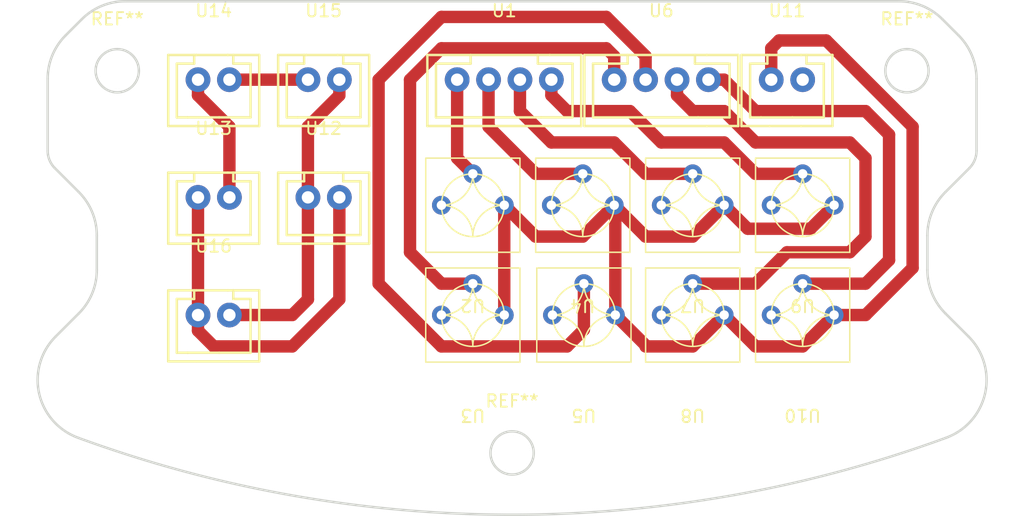
<source format=kicad_pcb>
(kicad_pcb (version 20211014) (generator pcbnew)
  (layers (0 "F.Cu" signal) (31 "B.Cu" signal) (34 "B.Paste" user) (35 "F.Paste" user) (36 "B.SilkS" user "B.Silkscreen") (37 "F.SilkS" user "F.Silkscreen") (38 "B.Mask" user) (39 "F.Mask" user) (44 "Edge.Cuts" user))
  (net 0 "")
  (net 1 "LED1")
  (net 2 "LED2")
  (net 3 "LED3")
  (net 4 "LED4")
  (net 5 "+9V")
  (net 7 "LED5")
  (net 10 "LED6")
  (net 12 "LED7")
  (net 13 "LED8")
  (net 19 "GND")
  (net 20 "+12V")
  (net 21 "Net-(U13-Pad2)")
  (net 22 "Net-(U14-Pad2)")
  (footprint "自分のフットプリント:コネクター2ピン" (layer "F.Cu") (at -24.13 1.27)
    (fp_text reference "U14" (at 0 -0.5 unlocked) (layer "F.SilkS"))
    (fp_text value "12Vスナップ")
    (fp_line (start 3.68 8.83) (end 1.14 8.83) (layer "F.SilkS") (width 0.2))
    (fp_line (start -1.4 3.08) (end 1.14 3.08) (layer "F.SilkS") (width 0.2))
    (fp_line (start -2.98 8.13) (end -2.1 8.13) (layer "F.SilkS") (width 0.2))
    (fp_line (start 1.14 3.08) (end 3.68 3.08) (layer "F.SilkS") (width 0.2))
    (fp_line (start -1.58 3.78) (end -2.98 3.78) (layer "F.SilkS") (width 0.2))
    (fp_line (start 1.58 3.78) (end 1.58 3.08) (layer "F.SilkS") (width 0.2))
    (fp_line (start -2.98 3.78) (end -2.98 8.13) (layer "F.SilkS") (width 0.2))
    (fp_line (start -3.68 3.08) (end -1.4 3.08) (layer "F.SilkS") (width 0.2))
    (fp_line (start -2.1 8.13) (end 0.44 8.13) (layer "F.SilkS") (width 0.2))
    (fp_line (start -1.58 3.78) (end -1.58 3.08) (layer "F.SilkS") (width 0.2))
    (fp_line (start -3.68 8.83) (end -3.68 3.08) (layer "F.SilkS") (width 0.2))
    (fp_line (start 2.98 3.78) (end 2.98 8.13) (layer "F.SilkS") (width 0.2))
    (fp_line (start 1.14 8.83) (end -1.4 8.83) (layer "F.SilkS") (width 0.2))
    (fp_line (start -1.4 8.83) (end -3.68 8.83) (layer "F.SilkS") (width 0.2))
    (fp_line (start 3.68 3.08) (end 3.68 8.83) (layer "F.SilkS") (width 0.2))
    (fp_line (start 1.58 3.78) (end 2.98 3.78) (layer "F.SilkS") (width 0.2))
    (fp_line (start 0.44 8.13) (end 2.98 8.13) (layer "F.SilkS") (width 0.2))
    (pad "1" thru_hole circle (at -1.27 5.08) (size 2 2) (drill 1) (layers *.Mask "F.Cu" "In1.Cu" "B.Cu") (net 21 "Net-(U13-Pad2)"))
    (pad "2" thru_hole circle (at 1.27 5.08) (size 2 2) (drill 1) (layers *.Mask "F.Cu" "In1.Cu" "B.Cu") (net 22 "Net-(U14-Pad2)"))
  )
  (footprint "自分のフットプリント:ねじ式可変抵抗" (layer "F.Cu") (at 23.495 33.02 180)
    (fp_text reference "U10" (at 0 -0.5 180 unlocked) (layer "F.SilkS"))
    (fp_text value "ねじ式可変抵抗")
    (fp_rect (start -3.81 3.81) (end 3.81 11.43) (layer "F.SilkS") (width 0.12) (fill none))
    (fp_arc (start -2.54 7.62) (mid -0.743949 8.363949) (end 0 10.16) (layer "F.SilkS") (width 0.12))
    (fp_arc (start 0 5.08) (mid -0.743949 6.876051) (end -2.54 7.62) (layer "F.SilkS") (width 0.12))
    (fp_arc (start 0 10.16) (mid 0.743949 8.363949) (end 2.54 7.62) (layer "F.SilkS") (width 0.12))
    (fp_arc (start 2.54 7.62) (mid 0.743949 6.876051) (end 0 5.08) (layer "F.SilkS") (width 0.12))
    (fp_circle (center 0 7.62) (end 0 5.08) (layer "F.SilkS") (width 0.12) (fill none))
    (pad "1" thru_hole circle (at -2.54 7.62 180) (size 1.524 1.524) (drill 0.762) (layers *.Cu *.Mask) (net 5 "+9V"))
    (pad "2" thru_hole circle (at 0 10.16 180) (size 1.524 1.524) (drill 0.762) (layers *.Cu *.Mask) (net 13 "LED8"))
    (pad "3" thru_hole circle (at 2.54 7.62 180) (size 1.524 1.524) (drill 0.762) (layers *.Cu *.Mask))
  )
  (footprint "自分のフットプリント:コネクター2ピン" (layer "F.Cu") (at -24.13 10.795)
    (fp_text reference "U13" (at 0 -0.5 unlocked) (layer "F.SilkS"))
    (fp_text value "トグルスイッチ")
    (fp_line (start -2.98 8.13) (end -2.1 8.13) (layer "F.SilkS") (width 0.2))
    (fp_line (start -1.4 8.83) (end -3.68 8.83) (layer "F.SilkS") (width 0.2))
    (fp_line (start 1.14 3.08) (end 3.68 3.08) (layer "F.SilkS") (width 0.2))
    (fp_line (start -2.98 3.78) (end -2.98 8.13) (layer "F.SilkS") (width 0.2))
    (fp_line (start -1.58 3.78) (end -2.98 3.78) (layer "F.SilkS") (width 0.2))
    (fp_line (start -2.1 8.13) (end 0.44 8.13) (layer "F.SilkS") (width 0.2))
    (fp_line (start 1.14 8.83) (end -1.4 8.83) (layer "F.SilkS") (width 0.2))
    (fp_line (start 2.98 3.78) (end 2.98 8.13) (layer "F.SilkS") (width 0.2))
    (fp_line (start 1.58 3.78) (end 2.98 3.78) (layer "F.SilkS") (width 0.2))
    (fp_line (start 1.58 3.78) (end 1.58 3.08) (layer "F.SilkS") (width 0.2))
    (fp_line (start -3.68 3.08) (end -1.4 3.08) (layer "F.SilkS") (width 0.2))
    (fp_line (start -1.4 3.08) (end 1.14 3.08) (layer "F.SilkS") (width 0.2))
    (fp_line (start 0.44 8.13) (end 2.98 8.13) (layer "F.SilkS") (width 0.2))
    (fp_line (start 3.68 8.83) (end 1.14 8.83) (layer "F.SilkS") (width 0.2))
    (fp_line (start 3.68 3.08) (end 3.68 8.83) (layer "F.SilkS") (width 0.2))
    (fp_line (start -3.68 8.83) (end -3.68 3.08) (layer "F.SilkS") (width 0.2))
    (fp_line (start -1.58 3.78) (end -1.58 3.08) (layer "F.SilkS") (width 0.2))
    (pad "1" thru_hole circle (at -1.27 5.08) (size 2 2) (drill 1) (layers *.Mask "F.Cu" "In1.Cu" "B.Cu") (net 20 "+12V"))
    (pad "2" thru_hole circle (at 1.27 5.08) (size 2 2) (drill 1) (layers *.Mask "F.Cu" "In1.Cu" "B.Cu") (net 21 "Net-(U13-Pad2)"))
  )
  (footprint "自分のフットプリント:ねじ式可変抵抗" (layer "F.Cu") (at 5.805255 33.02 180)
    (fp_text reference "U5" (at 0 -0.5 180 unlocked) (layer "F.SilkS"))
    (fp_text value "ねじ式可変抵抗")
    (fp_rect (start -3.81 3.81) (end 3.81 11.43) (layer "F.SilkS") (width 0.12) (fill none))
    (fp_arc (start 0 5.08) (mid -0.743949 6.876051) (end -2.54 7.62) (layer "F.SilkS") (width 0.12))
    (fp_arc (start 0 10.16) (mid 0.743949 8.363949) (end 2.54 7.62) (layer "F.SilkS") (width 0.12))
    (fp_arc (start 2.54 7.62) (mid 0.743949 6.876051) (end 0 5.08) (layer "F.SilkS") (width 0.12))
    (fp_arc (start -2.54 7.62) (mid -0.743949 8.363949) (end 0 10.16) (layer "F.SilkS") (width 0.12))
    (fp_circle (center 0 7.62) (end 0 5.08) (layer "F.SilkS") (width 0.12) (fill none))
    (pad "1" thru_hole circle (at -2.54 7.62 180) (size 1.524 1.524) (drill 0.762) (layers *.Cu *.Mask) (net 5 "+9V"))
    (pad "2" thru_hole circle (at 0 10.16 180) (size 1.524 1.524) (drill 0.762) (layers *.Cu *.Mask) (net 10 "LED6"))
    (pad "3" thru_hole circle (at 2.54 7.62 180) (size 1.524 1.524) (drill 0.762) (layers *.Cu *.Mask))
  )
  (footprint "自分のフットプリント:ねじ式可変抵抗" (layer "F.Cu") (at -3.175 24.130001 180)
    (fp_text reference "U2" (at 0 -0.5 180 unlocked) (layer "F.SilkS"))
    (fp_text value "ねじ式可変抵抗")
    (fp_rect (start -3.81 3.81) (end 3.81 11.43) (layer "F.SilkS") (width 0.12) (fill none))
    (fp_arc (start -2.54 7.62) (mid -0.743949 8.363949) (end 0 10.16) (layer "F.SilkS") (width 0.12))
    (fp_arc (start 0 5.08) (mid -0.743949 6.876051) (end -2.54 7.62) (layer "F.SilkS") (width 0.12))
    (fp_arc (start 2.54 7.62) (mid 0.743949 6.876051) (end 0 5.08) (layer "F.SilkS") (width 0.12))
    (fp_arc (start 0 10.16) (mid 0.743949 8.363949) (end 2.54 7.62) (layer "F.SilkS") (width 0.12))
    (fp_circle (center 0 7.62) (end 0 5.08) (layer "F.SilkS") (width 0.12) (fill none))
    (pad "1" thru_hole circle (at -2.54 7.62 180) (size 1.524 1.524) (drill 0.762) (layers *.Cu *.Mask) (net 5 "+9V"))
    (pad "2" thru_hole circle (at 0 10.16 180) (size 1.524 1.524) (drill 0.762) (layers *.Cu *.Mask) (net 1 "LED1"))
    (pad "3" thru_hole circle (at 2.54 7.62 180) (size 1.524 1.524) (drill 0.762) (layers *.Cu *.Mask))
  )
  (footprint "自分のフットプリント:ねじ式可変抵抗" (layer "F.Cu") (at 23.495 24.130001 180)
    (fp_text reference "U9" (at 0 -0.5 180 unlocked) (layer "F.SilkS"))
    (fp_text value "ねじ式可変抵抗")
    (fp_rect (start -3.81 3.81) (end 3.81 11.43) (layer "F.SilkS") (width 0.12) (fill none))
    (fp_arc (start 0 10.16) (mid 0.743949 8.363949) (end 2.54 7.62) (layer "F.SilkS") (width 0.12))
    (fp_arc (start 2.54 7.62) (mid 0.743949 6.876051) (end 0 5.08) (layer "F.SilkS") (width 0.12))
    (fp_arc (start -2.54 7.62) (mid -0.743949 8.363949) (end 0 10.16) (layer "F.SilkS") (width 0.12))
    (fp_arc (start 0 5.08) (mid -0.743949 6.876051) (end -2.54 7.62) (layer "F.SilkS") (width 0.12))
    (fp_circle (center 0 7.62) (end 0 5.08) (layer "F.SilkS") (width 0.12) (fill none))
    (pad "1" thru_hole circle (at -2.54 7.62 180) (size 1.524 1.524) (drill 0.762) (layers *.Cu *.Mask) (net 5 "+9V"))
    (pad "2" thru_hole circle (at 0 10.16 180) (size 1.524 1.524) (drill 0.762) (layers *.Cu *.Mask) (net 4 "LED4"))
    (pad "3" thru_hole circle (at 2.54 7.62 180) (size 1.524 1.524) (drill 0.762) (layers *.Cu *.Mask))
  )
  (footprint "自分のフットプリント:コネクター4ピン" (layer "F.Cu") (at -0.635 1.270001)
    (fp_text reference "U1" (at 0 -0.5 unlocked) (layer "F.SilkS"))
    (fp_text value "コネクター4ピン")
    (fp_line (start -2.72 3.08) (end -2.72 3.78) (layer "F.SilkS") (width 0.2))
    (fp_line (start 2.72 3.08) (end 2.72 3.78) (layer "F.SilkS") (width 0.2))
    (fp_line (start 2.72 3.78) (end 5.52 3.78) (layer "F.SilkS") (width 0.2))
    (fp_line (start -6.22 3.08) (end 3.68 3.08) (layer "F.SilkS") (width 0.2))
    (fp_line (start 3.68 3.08) (end 6.22 3.08) (layer "F.SilkS") (width 0.2))
    (fp_line (start 2.98 8.13) (end 5.52 8.13) (layer "F.SilkS") (width 0.2))
    (fp_line (start 6.22 8.83) (end 3.68 8.83) (layer "F.SilkS") (width 0.2))
    (fp_line (start -2.72 3.78) (end -5.52 3.78) (layer "F.SilkS") (width 0.2))
    (fp_line (start 5.52 3.78) (end 5.52 8.13) (layer "F.SilkS") (width 0.2))
    (fp_line (start 3.68 8.83) (end -6.22 8.83) (layer "F.SilkS") (width 0.2))
    (fp_line (start -6.22 8.83) (end -6.22 3.08) (layer "F.SilkS") (width 0.2))
    (fp_line (start 6.22 3.08) (end 6.22 8.83) (layer "F.SilkS") (width 0.2))
    (fp_line (start -5.52 8.13) (end 2.98 8.13) (layer "F.SilkS") (width 0.2))
    (fp_line (start -5.52 3.78) (end -5.52 8.13) (layer "F.SilkS") (width 0.2))
    (pad "1" thru_hole circle (at -3.81 5.08) (size 2 2) (drill 1) (layers *.Mask "F.Cu" "In1.Cu" "B.Cu") (net 1 "LED1"))
    (pad "2" thru_hole circle (at -1.27 5.08) (size 2 2) (drill 1) (layers *.Mask "F.Cu" "In1.Cu" "B.Cu") (net 2 "LED2"))
    (pad "3" thru_hole circle (at 1.27 5.08) (size 2 2) (drill 1) (layers *.Mask "F.Cu" "In1.Cu" "B.Cu") (net 3 "LED3"))
    (pad "4" thru_hole circle (at 3.81 5.08) (size 2 2) (drill 1) (layers *.Mask "F.Cu" "In1.Cu" "B.Cu") (net 4 "LED4"))
  )
  (footprint "MountingHole:MountingHole_3.2mm_M3" (layer "F.Cu") (at 0 36.561815)
    (fp_text reference "REF**" (at 0 -4.2) (layer "F.SilkS"))
    (fp_text value "MountingHole_3.2mm_M3")
    (pad "" np_thru_hole circle (at 0 0) (size 3.2 3.2) (drill 3.2) (layers F&B.Cu *.Mask))
  )
  (footprint "自分のフットプリント:ねじ式可変抵抗" (layer "F.Cu") (at 5.715 24.130001 180)
    (fp_text reference "U4" (at 0 -0.5 180 unlocked) (layer "F.SilkS"))
    (fp_text value "ねじ式可変抵抗")
    (fp_rect (start -3.81 3.81) (end 3.81 11.43) (layer "F.SilkS") (width 0.12) (fill none))
    (fp_arc (start 0 5.08) (mid -0.743949 6.876051) (end -2.54 7.62) (layer "F.SilkS") (width 0.12))
    (fp_arc (start -2.54 7.62) (mid -0.743949 8.363949) (end 0 10.16) (layer "F.SilkS") (width 0.12))
    (fp_arc (start 2.54 7.62) (mid 0.743949 6.876051) (end 0 5.08) (layer "F.SilkS") (width 0.12))
    (fp_arc (start 0 10.16) (mid 0.743949 8.363949) (end 2.54 7.62) (layer "F.SilkS") (width 0.12))
    (fp_circle (center 0 7.62) (end 0 5.08) (layer "F.SilkS") (width 0.12) (fill none))
    (pad "1" thru_hole circle (at -2.54 7.62 180) (size 1.524 1.524) (drill 0.762) (layers *.Cu *.Mask) (net 5 "+9V"))
    (pad "2" thru_hole circle (at 0 10.16 180) (size 1.524 1.524) (drill 0.762) (layers *.Cu *.Mask) (net 2 "LED2"))
    (pad "3" thru_hole circle (at 2.54 7.62 180) (size 1.524 1.524) (drill 0.762) (layers *.Cu *.Mask))
  )
  (footprint "自分のフットプリント:コネクター4ピン" (layer "F.Cu") (at 12.065 1.270001)
    (fp_text reference "U6" (at 0 -0.5 unlocked) (layer "F.SilkS"))
    (fp_text value "コネクター4ピン")
    (fp_line (start -6.22 3.08) (end 3.68 3.08) (layer "F.SilkS") (width 0.2))
    (fp_line (start 6.22 3.08) (end 6.22 8.83) (layer "F.SilkS") (width 0.2))
    (fp_line (start -5.52 8.13) (end 2.98 8.13) (layer "F.SilkS") (width 0.2))
    (fp_line (start 6.22 8.83) (end 3.68 8.83) (layer "F.SilkS") (width 0.2))
    (fp_line (start 2.72 3.08) (end 2.72 3.78) (layer "F.SilkS") (width 0.2))
    (fp_line (start 2.98 8.13) (end 5.52 8.13) (layer "F.SilkS") (width 0.2))
    (fp_line (start 3.68 3.08) (end 6.22 3.08) (layer "F.SilkS") (width 0.2))
    (fp_line (start -6.22 8.83) (end -6.22 3.08) (layer "F.SilkS") (width 0.2))
    (fp_line (start -2.72 3.08) (end -2.72 3.78) (layer "F.SilkS") (width 0.2))
    (fp_line (start 2.72 3.78) (end 5.52 3.78) (layer "F.SilkS") (width 0.2))
    (fp_line (start 5.52 3.78) (end 5.52 8.13) (layer "F.SilkS") (width 0.2))
    (fp_line (start 3.68 8.83) (end -6.22 8.83) (layer "F.SilkS") (width 0.2))
    (fp_line (start -5.52 3.78) (end -5.52 8.13) (layer "F.SilkS") (width 0.2))
    (fp_line (start -2.72 3.78) (end -5.52 3.78) (layer "F.SilkS") (width 0.2))
    (pad "1" thru_hole circle (at -3.81 5.08) (size 2 2) (drill 1) (layers *.Mask "F.Cu" "In1.Cu" "B.Cu") (net 7 "LED5"))
    (pad "2" thru_hole circle (at -1.27 5.08) (size 2 2) (drill 1) (layers *.Mask "F.Cu" "In1.Cu" "B.Cu") (net 10 "LED6"))
    (pad "3" thru_hole circle (at 1.27 5.08) (size 2 2) (drill 1) (layers *.Mask "F.Cu" "In1.Cu" "B.Cu") (net 12 "LED7"))
    (pad "4" thru_hole circle (at 3.81 5.08) (size 2 2) (drill 1) (layers *.Mask "F.Cu" "In1.Cu" "B.Cu") (net 13 "LED8"))
  )
  (footprint "自分のフットプリント:ねじ式可変抵抗" (layer "F.Cu") (at -3.175 33.020001 180)
    (fp_text reference "U3" (at 0 -0.5 180 unlocked) (layer "F.SilkS"))
    (fp_text value "ねじ式可変抵抗")
    (fp_rect (start -3.81 3.81) (end 3.81 11.43) (layer "F.SilkS") (width 0.12) (fill none))
    (fp_arc (start 2.54 7.62) (mid 0.743949 6.876051) (end 0 5.08) (layer "F.SilkS") (width 0.12))
    (fp_arc (start 0 10.16) (mid 0.743949 8.363949) (end 2.54 7.62) (layer "F.SilkS") (width 0.12))
    (fp_arc (start 0 5.08) (mid -0.743949 6.876051) (end -2.54 7.62) (layer "F.SilkS") (width 0.12))
    (fp_arc (start -2.54 7.62) (mid -0.743949 8.363949) (end 0 10.16) (layer "F.SilkS") (width 0.12))
    (fp_circle (center 0 7.62) (end 0 5.08) (layer "F.SilkS") (width 0.12) (fill none))
    (pad "1" thru_hole circle (at -2.54 7.62 180) (size 1.524 1.524) (drill 0.762) (layers *.Cu *.Mask) (net 5 "+9V"))
    (pad "2" thru_hole circle (at 0 10.16 180) (size 1.524 1.524) (drill 0.762) (layers *.Cu *.Mask) (net 7 "LED5"))
    (pad "3" thru_hole circle (at 2.54 7.62 180) (size 1.524 1.524) (drill 0.762) (layers *.Cu *.Mask))
  )
  (footprint "自分のフットプリント:コネクター2ピン" (layer "F.Cu") (at -15.24 10.795)
    (fp_text reference "U12" (at 0 -0.5 unlocked) (layer "F.SilkS"))
    (fp_text value "12V_OUT")
    (fp_line (start 3.68 3.08) (end 3.68 8.83) (layer "F.SilkS") (width 0.2))
    (fp_line (start -1.4 3.08) (end 1.14 3.08) (layer "F.SilkS") (width 0.2))
    (fp_line (start -2.98 3.78) (end -2.98 8.13) (layer "F.SilkS") (width 0.2))
    (fp_line (start -1.58 3.78) (end -2.98 3.78) (layer "F.SilkS") (width 0.2))
    (fp_line (start 0.44 8.13) (end 2.98 8.13) (layer "F.SilkS") (width 0.2))
    (fp_line (start 1.58 3.78) (end 1.58 3.08) (layer "F.SilkS") (width 0.2))
    (fp_line (start -1.4 8.83) (end -3.68 8.83) (layer "F.SilkS") (width 0.2))
    (fp_line (start -2.1 8.13) (end 0.44 8.13) (layer "F.SilkS") (width 0.2))
    (fp_line (start -1.58 3.78) (end -1.58 3.08) (layer "F.SilkS") (width 0.2))
    (fp_line (start 1.58 3.78) (end 2.98 3.78) (layer "F.SilkS") (width 0.2))
    (fp_line (start 1.14 3.08) (end 3.68 3.08) (layer "F.SilkS") (width 0.2))
    (fp_line (start -3.68 3.08) (end -1.4 3.08) (layer "F.SilkS") (width 0.2))
    (fp_line (start -2.98 8.13) (end -2.1 8.13) (layer "F.SilkS") (width 0.2))
    (fp_line (start -3.68 8.83) (end -3.68 3.08) (layer "F.SilkS") (width 0.2))
    (fp_line (start 2.98 3.78) (end 2.98 8.13) (layer "F.SilkS") (width 0.2))
    (fp_line (start 3.68 8.83) (end 1.14 8.83) (layer "F.SilkS") (width 0.2))
    (fp_line (start 1.14 8.83) (end -1.4 8.83) (layer "F.SilkS") (width 0.2))
    (pad "1" thru_hole circle (at -1.27 5.08) (size 2 2) (drill 1) (layers *.Mask "F.Cu" "In1.Cu" "B.Cu") (net 19 "GND"))
    (pad "2" thru_hole circle (at 1.27 5.08) (size 2 2) (drill 1) (layers *.Mask "F.Cu" "In1.Cu" "B.Cu") (net 20 "+12V"))
  )
  (footprint "自分のフットプリント:コネクター2ピン" (layer "F.Cu") (at 22.225 1.270001)
    (fp_text reference "U11" (at 0 -0.5 unlocked) (layer "F.SilkS"))
    (fp_text value "コネクター2ピン")
    (fp_line (start 2.98 3.78) (end 2.98 8.13) (layer "F.SilkS") (width 0.2))
    (fp_line (start 3.68 8.83) (end 1.14 8.83) (layer "F.SilkS") (width 0.2))
    (fp_line (start -1.4 3.08) (end 1.14 3.08) (layer "F.SilkS") (width 0.2))
    (fp_line (start -1.58 3.78) (end -2.98 3.78) (layer "F.SilkS") (width 0.2))
    (fp_line (start 1.14 3.08) (end 3.68 3.08) (layer "F.SilkS") (width 0.2))
    (fp_line (start -1.58 3.78) (end -1.58 3.08) (layer "F.SilkS") (width 0.2))
    (fp_line (start -3.68 8.83) (end -3.68 3.08) (layer "F.SilkS") (width 0.2))
    (fp_line (start -1.4 8.83) (end -3.68 8.83) (layer "F.SilkS") (width 0.2))
    (fp_line (start 1.58 3.78) (end 1.58 3.08) (layer "F.SilkS") (width 0.2))
    (fp_line (start 1.58 3.78) (end 2.98 3.78) (layer "F.SilkS") (width 0.2))
    (fp_line (start -2.98 8.13) (end -2.1 8.13) (layer "F.SilkS") (width 0.2))
    (fp_line (start -2.1 8.13) (end 0.44 8.13) (layer "F.SilkS") (width 0.2))
    (fp_line (start 3.68 3.08) (end 3.68 8.83) (layer "F.SilkS") (width 0.2))
    (fp_line (start 1.14 8.83) (end -1.4 8.83) (layer "F.SilkS") (width 0.2))
    (fp_line (start -2.98 3.78) (end -2.98 8.13) (layer "F.SilkS") (width 0.2))
    (fp_line (start -3.68 3.08) (end -1.4 3.08) (layer "F.SilkS") (width 0.2))
    (fp_line (start 0.44 8.13) (end 2.98 8.13) (layer "F.SilkS") (width 0.2))
    (pad "1" thru_hole circle (at -1.27 5.08) (size 2 2) (drill 1) (layers *.Mask "F.Cu" "In1.Cu" "B.Cu") (net 5 "+9V"))
    (pad "2" thru_hole circle (at 1.27 5.08) (size 2 2) (drill 1) (layers *.Mask "F.Cu" "In1.Cu" "B.Cu"))
  )
  (footprint "自分のフットプリント:コネクター2ピン" (layer "F.Cu") (at -24.13 20.32)
    (fp_text reference "U16" (at 0 -0.5 unlocked) (layer "F.SilkS"))
    (fp_text value "ターミナル")
    (fp_line (start 1.58 3.78) (end 2.98 3.78) (layer "F.SilkS") (width 0.2))
    (fp_line (start -2.98 8.13) (end -2.1 8.13) (layer "F.SilkS") (width 0.2))
    (fp_line (start 3.68 8.83) (end 1.14 8.83) (layer "F.SilkS") (width 0.2))
    (fp_line (start -3.68 8.83) (end -3.68 3.08) (layer "F.SilkS") (width 0.2))
    (fp_line (start 1.14 3.08) (end 3.68 3.08) (layer "F.SilkS") (width 0.2))
    (fp_line (start -1.4 8.83) (end -3.68 8.83) (layer "F.SilkS") (width 0.2))
    (fp_line (start -1.58 3.78) (end -2.98 3.78) (layer "F.SilkS") (width 0.2))
    (fp_line (start -3.68 3.08) (end -1.4 3.08) (layer "F.SilkS") (width 0.2))
    (fp_line (start 3.68 3.08) (end 3.68 8.83) (layer "F.SilkS") (width 0.2))
    (fp_line (start -1.58 3.78) (end -1.58 3.08) (layer "F.SilkS") (width 0.2))
    (fp_line (start -2.1 8.13) (end 0.44 8.13) (layer "F.SilkS") (width 0.2))
    (fp_line (start -1.4 3.08) (end 1.14 3.08) (layer "F.SilkS") (width 0.2))
    (fp_line (start 0.44 8.13) (end 2.98 8.13) (layer "F.SilkS") (width 0.2))
    (fp_line (start 2.98 3.78) (end 2.98 8.13) (layer "F.SilkS") (width 0.2))
    (fp_line (start 1.58 3.78) (end 1.58 3.08) (layer "F.SilkS") (width 0.2))
    (fp_line (start -2.98 3.78) (end -2.98 8.13) (layer "F.SilkS") (width 0.2))
    (fp_line (start 1.14 8.83) (end -1.4 8.83) (layer "F.SilkS") (width 0.2))
    (pad "1" thru_hole circle (at -1.27 5.08) (size 2 2) (drill 1) (layers *.Mask "F.Cu" "In1.Cu" "B.Cu") (net 20 "+12V"))
    (pad "2" thru_hole circle (at 1.27 5.08) (size 2 2) (drill 1) (layers *.Mask "F.Cu" "In1.Cu" "B.Cu") (net 19 "GND"))
  )
  (footprint "MountingHole:MountingHole_3.2mm_M3" (layer "F.Cu") (at 31.928678 5.6262)
    (fp_text reference "REF**" (at 0 -4.2) (layer "F.SilkS"))
    (fp_text value "MountingHole_3.2mm_M3")
    (pad "" np_thru_hole circle (at 0 0) (size 3.2 3.2) (drill 3.2) (layers F&B.Cu *.Mask))
  )
  (footprint "自分のフットプリント:コネクター2ピン" (layer "F.Cu") (at -15.24 1.27)
    (fp_text reference "U15" (at 0 -0.5 unlocked) (layer "F.SilkS"))
    (fp_text value "12Vスナップ")
    (fp_line (start -2.98 8.13) (end -2.1 8.13) (layer "F.SilkS") (width 0.2))
    (fp_line (start 2.98 3.78) (end 2.98 8.13) (layer "F.SilkS") (width 0.2))
    (fp_line (start 0.44 8.13) (end 2.98 8.13) (layer "F.SilkS") (width 0.2))
    (fp_line (start -3.68 3.08) (end -1.4 3.08) (layer "F.SilkS") (width 0.2))
    (fp_line (start -2.1 8.13) (end 0.44 8.13) (layer "F.SilkS") (width 0.2))
    (fp_line (start -1.58 3.78) (end -2.98 3.78) (layer "F.SilkS") (width 0.2))
    (fp_line (start 1.14 8.83) (end -1.4 8.83) (layer "F.SilkS") (width 0.2))
    (fp_line (start 3.68 8.83) (end 1.14 8.83) (layer "F.SilkS") (width 0.2))
    (fp_line (start 1.58 3.78) (end 1.58 3.08) (layer "F.SilkS") (width 0.2))
    (fp_line (start 1.58 3.78) (end 2.98 3.78) (layer "F.SilkS") (width 0.2))
    (fp_line (start -1.4 3.08) (end 1.14 3.08) (layer "F.SilkS") (width 0.2))
    (fp_line (start -3.68 8.83) (end -3.68 3.08) (layer "F.SilkS") (width 0.2))
    (fp_line (start -1.58 3.78) (end -1.58 3.08) (layer "F.SilkS") (width 0.2))
    (fp_line (start 1.14 3.08) (end 3.68 3.08) (layer "F.SilkS") (width 0.2))
    (fp_line (start 3.68 3.08) (end 3.68 8.83) (layer "F.SilkS") (width 0.2))
    (fp_line (start -2.98 3.78) (end -2.98 8.13) (layer "F.SilkS") (width 0.2))
    (fp_line (start -1.4 8.83) (end -3.68 8.83) (layer "F.SilkS") (width 0.2))
    (pad "1" thru_hole circle (at -1.27 5.08) (size 2 2) (drill 1) (layers *.Mask "F.Cu" "In1.Cu" "B.Cu") (net 22 "Net-(U14-Pad2)"))
    (pad "2" thru_hole circle (at 1.27 5.08) (size 2 2) (drill 1) (layers *.Mask "F.Cu" "In1.Cu" "B.Cu") (net 19 "GND"))
  )
  (footprint "MountingHole:MountingHole_3.2mm_M3" (layer "F.Cu") (at -31.928679 5.6262)
    (fp_text reference "REF**" (at 0 -4.2) (layer "F.SilkS"))
    (fp_text value "MountingHole_3.2mm_M3")
    (pad "" np_thru_hole circle (at 0 0) (size 3.2 3.2) (drill 3.2) (layers *.Cu *.Mask))
  )
  (footprint "自分のフットプリント:ねじ式可変抵抗" (layer "F.Cu") (at 14.605 33.02 180)
    (fp_text reference "U8" (at 0 -0.5 180 unlocked) (layer "F.SilkS"))
    (fp_text value "ねじ式可変抵抗")
    (fp_rect (start -3.81 3.81) (end 3.81 11.43) (layer "F.SilkS") (width 0.12) (fill none))
    (fp_arc (start -2.54 7.62) (mid -0.743949 8.363949) (end 0 10.16) (layer "F.SilkS") (width 0.12))
    (fp_arc (start 2.54 7.62) (mid 0.743949 6.876051) (end 0 5.08) (layer "F.SilkS") (width 0.12))
    (fp_arc (start 0 5.08) (mid -0.743949 6.876051) (end -2.54 7.62) (layer "F.SilkS") (width 0.12))
    (fp_arc (start 0 10.16) (mid 0.743949 8.363949) (end 2.54 7.62) (layer "F.SilkS") (width 0.12))
    (fp_circle (center 0 7.62) (end 0 5.08) (layer "F.SilkS") (width 0.12) (fill none))
    (pad "1" thru_hole circle (at -2.54 7.62 180) (size 1.524 1.524) (drill 0.762) (layers *.Cu *.Mask) (net 5 "+9V"))
    (pad "2" thru_hole circle (at 0 10.16 180) (size 1.524 1.524) (drill 0.762) (layers *.Cu *.Mask) (net 12 "LED7"))
    (pad "3" thru_hole circle (at 2.54 7.62 180) (size 1.524 1.524) (drill 0.762) (layers *.Cu *.Mask))
  )
  (footprint "自分のフットプリント:ねじ式可変抵抗" (layer "F.Cu") (at 14.605 24.13 180)
    (fp_text reference "U7" (at 0 -0.5 180 unlocked) (layer "F.SilkS"))
    (fp_text value "ねじ式可変抵抗")
    (fp_rect (start -3.81 3.81) (end 3.81 11.43) (layer "F.SilkS") (width 0.12) (fill none))
    (fp_arc (start 0 10.16) (mid 0.743949 8.363949) (end 2.54 7.62) (layer "F.SilkS") (width 0.12))
    (fp_arc (start -2.54 7.62) (mid -0.743949 8.363949) (end 0 10.16) (layer "F.SilkS") (width 0.12))
    (fp_arc (start 2.54 7.62) (mid 0.743949 6.876051) (end 0 5.08) (layer "F.SilkS") (width 0.12))
    (fp_arc (start 0 5.08) (mid -0.743949 6.876051) (end -2.54 7.62) (layer "F.SilkS") (width 0.12))
    (fp_circle (center 0 7.62) (end 0 5.08) (layer "F.SilkS") (width 0.12) (fill none))
    (pad "1" thru_hole circle (at -2.54 7.62 180) (size 1.524 1.524) (drill 0.762) (layers *.Cu *.Mask) (net 5 "+9V"))
    (pad "2" thru_hole circle (at 0 10.16 180) (size 1.524 1.524) (drill 0.762) (layers *.Cu *.Mask) (net 3 "LED3"))
    (pad "3" thru_hole circle (at 2.54 7.62 180) (size 1.524 1.524) (drill 0.762) (layers *.Cu *.Mask))
  )
  (gr_arc (start -33.581248 21.75198) (mid -33.959947 23.65583) (end -35.038392 25.269836) (layer "Edge.Cuts") (width 0.2))
  (gr_arc (start 37.554879 12.105404) (mid 37.403399 12.866944) (end 36.972021 13.512546) (layer "Edge.Cuts") (width 0.2))
  (gr_arc (start -35.104204 35.329968) (mid -38.250123 31.730109) (end -36.90966 27.141105) (layer "Edge.Cuts") (width 0.2))
  (gr_line (start 35.038391 15.446177) (end 36.972021 13.512546) (layer "Edge.Cuts") (width 0.2))
  (gr_line (start -35.038392 25.269836) (end -36.90966 27.141105) (layer "Edge.Cuts") (width 0.2))
  (gr_line (start -37.55488 6.2774) (end -37.55488 12.105404) (layer "Edge.Cuts") (width 0.2))
  (gr_line (start 37.554879 12.105404) (end 37.554879 6.277401) (layer "Edge.Cuts") (width 0.2))
  (gr_arc (start 31.277478 0) (mid 33.181328 0.378699) (end 34.795334 1.457143) (layer "Edge.Cuts") (width 0.2))
  (gr_circle (center 31.928678 5.6262) (end 31.928678 7.3762) (layer "Edge.Cuts") (width 0.2) (fill none))
  (gr_line (start 36.909659 27.141105) (end 35.038391 25.269836) (layer "Edge.Cuts") (width 0.2))
  (gr_arc (start 35.104203 35.329968) (mid -0.000001 41.561815) (end -35.104204 35.329968) (layer "Edge.Cuts") (width 0.2))
  (gr_arc (start 33.581247 18.964033) (mid 33.959947 17.060183) (end 35.038391 15.446177) (layer "Edge.Cuts") (width 0.2))
  (gr_line (start 36.097735 2.759544) (end 34.795334 1.457143) (layer "Edge.Cuts") (width 0.2))
  (gr_arc (start 36.909659 27.141105) (mid 38.250122 31.730109) (end 35.104203 35.329968) (layer "Edge.Cuts") (width 0.2))
  (gr_circle (center 0 36.561815) (end 0 38.311815) (layer "Edge.Cuts") (width 0.2) (fill none))
  (gr_arc (start -36.972022 13.512546) (mid -37.4034 12.866944) (end -37.55488 12.105404) (layer "Edge.Cuts") (width 0.2))
  (gr_line (start 33.581247 21.75198) (end 33.581247 18.964033) (layer "Edge.Cuts") (width 0.2))
  (gr_circle (center -31.928679 5.6262) (end -31.928679 7.3762) (layer "Edge.Cuts") (width 0.2) (fill none))
  (gr_line (start -34.795336 1.457144) (end -36.097736 2.759544) (layer "Edge.Cuts") (width 0.2))
  (gr_arc (start 36.097735 2.759544) (mid 37.17618 4.37355) (end 37.554879 6.277401) (layer "Edge.Cuts") (width 0.2))
  (gr_arc (start 35.038391 25.269836) (mid 33.959947 23.65583) (end 33.581247 21.75198) (layer "Edge.Cuts") (width 0.2))
  (gr_arc (start -37.55488 6.2774) (mid -37.17618 4.37355) (end -36.097736 2.759544) (layer "Edge.Cuts") (width 0.2))
  (gr_arc (start -34.795336 1.457144) (mid -33.18133 0.378699) (end -31.277479 0) (layer "Edge.Cuts") (width 0.2))
  (gr_line (start 31.277478 0) (end -31.277479 0) (layer "Edge.Cuts") (width 0.2))
  (gr_line (start -33.581248 18.964033) (end -33.581248 21.75198) (layer "Edge.Cuts") (width 0.2))
  (gr_line (start -36.972022 13.512546) (end -35.038392 15.446177) (layer "Edge.Cuts") (width 0.2))
  (gr_arc (start -35.038392 15.446177) (mid -33.959947 17.060183) (end -33.581248 18.964033) (layer "Edge.Cuts") (width 0.2))
  (segment (start -4.445 12.700001) (end -3.175 13.970001) (width 1) (layer "F.Cu") (net 1))
  (segment (start -4.445 6.350001) (end -4.445 12.700001) (width 1) (layer "F.Cu") (net 1))
  (segment (start 1.905 13.970001) (end -1.905 10.160001) (width 1) (layer "F.Cu") (net 2))
  (segment (start 5.715 13.970001) (end 1.905 13.970001) (width 1) (layer "F.Cu") (net 2))
  (segment (start -1.905 10.160001) (end -1.905 6.350001) (width 1) (layer "F.Cu") (net 2))
  (segment (start 10.795 13.970001) (end 14.605 13.97) (width 1) (layer "F.Cu") (net 3))
  (segment (start 3.175 11.430001) (end 8.255 11.430001) (width 1) (layer "F.Cu") (net 3))
  (segment (start 0.635 8.890001) (end 3.175 11.430001) (width 1) (layer "F.Cu") (net 3))
  (segment (start 8.255 11.430001) (end 10.795 13.970001) (width 1) (layer "F.Cu") (net 3))
  (segment (start 0.635 6.350001) (end 0.635 8.890001) (width 1) (layer "F.Cu") (net 3))
  (segment (start 9.525 8.890001) (end 12.065 11.430001) (width 1) (layer "F.Cu") (net 4))
  (segment (start 17.145 11.430001) (end 19.685 13.970001) (width 1) (layer "F.Cu") (net 4))
  (segment (start 3.175 7.620001) (end 4.445 8.890001) (width 1) (layer "F.Cu") (net 4))
  (segment (start 12.065 11.430001) (end 17.145 11.430001) (width 1) (layer "F.Cu") (net 4))
  (segment (start 3.175 6.350001) (end 3.175 7.620001) (width 1) (layer "F.Cu") (net 4))
  (segment (start 19.685 13.970001) (end 23.495 13.970001) (width 1) (layer "F.Cu") (net 4))
  (segment (start 4.445 8.890001) (end 9.525 8.890001) (width 1) (layer "F.Cu") (net 4))
  (segment (start -0.635 16.510001) (end -0.635 25.400001) (width 1) (layer "F.Cu") (net 5))
  (segment (start 28.575 25.4) (end 32.385 21.59) (width 1) (layer "F.Cu") (net 5))
  (segment (start 17.145 25.4) (end 19.685 27.940001) (width 1) (layer "F.Cu") (net 5))
  (segment (start 8.345255 16.600256) (end 8.255 16.510001) (width 1) (layer "F.Cu") (net 5))
  (segment (start 32.385 21.59) (end 32.385 10.16) (width 1) (layer "F.Cu") (net 5))
  (segment (start 24.13 18.415001) (end 19.050001 18.415001) (width 1) (layer "F.Cu") (net 5))
  (segment (start 26.035 16.510001) (end 24.13 18.415001) (width 1) (layer "F.Cu") (net 5))
  (segment (start 10.795 27.940001) (end 14.604999 27.940001) (width 1) (layer "F.Cu") (net 5))
  (segment (start 25.4 3.175) (end 21.59 3.175) (width 1) (layer "F.Cu") (net 5))
  (segment (start 8.345255 25.4) (end 10.795 27.849745) (width 1) (layer "F.Cu") (net 5))
  (segment (start 14.604999 19.050001) (end 17.145 16.51) (width 1) (layer "F.Cu") (net 5))
  (segment (start 20.955 3.81) (end 20.955 6.350001) (width 1) (layer "F.Cu") (net 5))
  (segment (start 32.385 10.16) (end 25.4 3.175) (width 1) (layer "F.Cu") (net 5))
  (segment (start 19.685 27.940001) (end 23.494999 27.940001) (width 1) (layer "F.Cu") (net 5))
  (segment (start 10.795 27.849745) (end 10.795 27.940001) (width 1) (layer "F.Cu") (net 5))
  (segment (start 19.050001 18.415001) (end 17.145 16.51) (width 1) (layer "F.Cu") (net 5))
  (segment (start 1.905 19.050001) (end 5.715 19.050001) (width 1) (layer "F.Cu") (net 5))
  (segment (start 8.345255 25.4) (end 8.345255 16.600256) (width 1) (layer "F.Cu") (net 5))
  (segment (start 26.035 25.4) (end 28.575 25.4) (width 1) (layer "F.Cu") (net 5))
  (segment (start 10.795 19.050001) (end 14.604999 19.050001) (width 1) (layer "F.Cu") (net 5))
  (segment (start 21.59 3.175) (end 20.955 3.81) (width 1) (layer "F.Cu") (net 5))
  (segment (start 5.715 19.050001) (end 8.255 16.510001) (width 1) (layer "F.Cu") (net 5))
  (segment (start 8.255 16.510001) (end 10.795 19.050001) (width 1) (layer "F.Cu") (net 5))
  (segment (start 14.604999 27.940001) (end 17.145 25.4) (width 1) (layer "F.Cu") (net 5))
  (segment (start -0.635 16.510001) (end 1.905 19.050001) (width 1) (layer "F.Cu") (net 5))
  (segment (start 23.494999 27.940001) (end 26.035 25.4) (width 1) (layer "F.Cu") (net 5))
  (segment (start 8.255 4.445) (end 7.62 3.81) (width 1) (layer "F.Cu") (net 7))
  (segment (start 8.255 6.350001) (end 8.255 4.445) (width 1) (layer "F.Cu") (net 7))
  (segment (start -5.715 22.860001) (end -3.175 22.860001) (width 1) (layer "F.Cu") (net 7))
  (segment (start -5.715 3.810001) (end -8.255 6.350001) (width 1) (layer "F.Cu") (net 7))
  (segment (start -8.255 20.320001) (end -5.715 22.860001) (width 1) (layer "F.Cu") (net 7))
  (segment (start 7.62 3.81) (end -5.715 3.810001) (width 1) (layer "F.Cu") (net 7))
  (segment (start -8.255 6.350001) (end -8.255 20.320001) (width 1) (layer "F.Cu") (net 7))
  (segment (start -5.715 27.940001) (end 4.445 27.940001) (width 1) (layer "F.Cu") (net 10))
  (segment (start -10.795 6.350001) (end -10.795 22.860001) (width 1) (layer "F.Cu") (net 10))
  (segment (start -5.715 1.270001) (end -10.795 6.350001) (width 1) (layer "F.Cu") (net 10))
  (segment (start 10.795 6.350001) (end 10.795 4.445) (width 1) (layer "F.Cu") (net 10))
  (segment (start -10.795 22.860001) (end -5.715 27.940001) (width 1) (layer "F.Cu") (net 10))
  (segment (start 5.805255 26.579746) (end 5.805255 22.86) (width 1) (layer "F.Cu") (net 10))
  (segment (start 10.795 4.445) (end 7.62 1.27) (width 1) (layer "F.Cu") (net 10))
  (segment (start 7.62 1.27) (end -5.715 1.270001) (width 1) (layer "F.Cu") (net 10))
  (segment (start 4.445 27.940001) (end 5.805255 26.579746) (width 1) (layer "F.Cu") (net 10))
  (segment (start 22.225 20.320001) (end 27.305 20.320001) (width 1) (layer "F.Cu") (net 12))
  (segment (start 28.575 12.700001) (end 27.305 11.430001) (width 1) (layer "F.Cu") (net 12))
  (segment (start 17.145 8.89) (end 14.605 8.890001) (width 1) (layer "F.Cu") (net 12))
  (segment (start 27.305 20.320001) (end 28.575 19.050001) (width 1) (layer "F.Cu") (net 12))
  (segment (start 13.335 7.620001) (end 13.335 6.350001) (width 1) (layer "F.Cu") (net 12))
  (segment (start 14.605 22.86) (end 19.685001 22.86) (width 1) (layer "F.Cu") (net 12))
  (segment (start 27.305 11.430001) (end 19.685001 11.430001) (width 1) (layer "F.Cu") (net 12))
  (segment (start 19.685001 22.86) (end 22.225 20.320001) (width 1) (layer "F.Cu") (net 12))
  (segment (start 19.685001 11.430001) (end 17.145 8.89) (width 1) (layer "F.Cu") (net 12))
  (segment (start 14.605 8.890001) (end 13.335 7.620001) (width 1) (layer "F.Cu") (net 12))
  (segment (start 28.575 19.050001) (end 28.575 12.700001) (width 1) (layer "F.Cu") (net 12))
  (segment (start 17.145 6.35) (end 15.875 6.350001) (width 1) (layer "F.Cu") (net 13))
  (segment (start 28.575 22.86) (end 30.48 20.955) (width 1) (layer "F.Cu") (net 13))
  (segment (start 28.575 8.890001) (end 19.685001 8.890001) (width 1) (layer "F.Cu") (net 13))
  (segment (start 30.48 20.955) (end 30.48 10.795001) (width 1) (layer "F.Cu") (net 13))
  (segment (start 23.495 22.86) (end 28.575 22.86) (width 1) (layer "F.Cu") (net 13))
  (segment (start 19.685001 8.890001) (end 17.145 6.35) (width 1) (layer "F.Cu") (net 13))
  (segment (start 30.48 10.795001) (end 28.575 8.890001) (width 1) (layer "F.Cu") (net 13))
  (segment (start -16.51 10.16) (end -16.51 15.875) (width 1) (layer "F.Cu") (net 19))
  (segment (start -16.51 24.13) (end -17.78 25.4) (width 1) (layer "F.Cu") (net 19))
  (segment (start -16.51 15.875) (end -16.51 24.13) (width 1) (layer "F.Cu") (net 19))
  (segment (start -13.97 6.35) (end -13.97 7.62) (width 1) (layer "F.Cu") (net 19))
  (segment (start -17.78 25.4) (end -22.86 25.4) (width 1) (layer "F.Cu") (net 19))
  (segment (start -13.97 7.62) (end -16.51 10.16) (width 1) (layer "F.Cu") (net 19))
  (segment (start -25.4 15.875) (end -25.4 25.4) (width 1) (layer "F.Cu") (net 20))
  (segment (start -25.4 26.67) (end -24.13 27.94) (width 1) (layer "F.Cu") (net 20))
  (segment (start -17.78 27.94) (end -13.97 24.13) (width 1) (layer "F.Cu") (net 20))
  (segment (start -13.97 24.13) (end -13.97 15.875) (width 1) (layer "F.Cu") (net 20))
  (segment (start -25.4 25.4) (end -25.4 26.67) (width 1) (layer "F.Cu") (net 20))
  (segment (start -24.13 27.94) (end -17.78 27.94) (width 1) (layer "F.Cu") (net 20))
  (segment (start -25.4 6.35) (end -25.4 7.62) (width 1) (layer "F.Cu") (net 21))
  (segment (start -25.4 7.62) (end -22.86 10.16) (width 1) (layer "F.Cu") (net 21))
  (segment (start -22.86 10.16) (end -22.86 15.875) (width 1) (layer "F.Cu") (net 21))
  (segment (start -22.86 6.35) (end -16.51 6.35) (width 1) (layer "F.Cu") (net 22))
)
</source>
